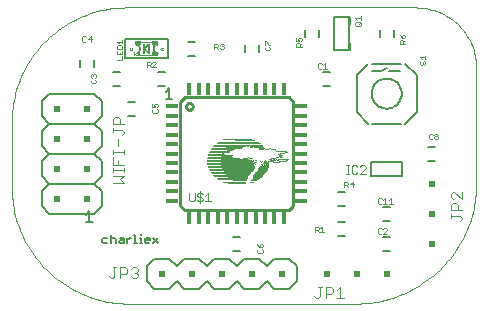
<source format=gto>
G75*
%MOIN*%
%OFA0B0*%
%FSLAX24Y24*%
%IPPOS*%
%LPD*%
%AMOC8*
5,1,8,0,0,1.08239X$1,22.5*
%
%ADD10C,0.0000*%
%ADD11C,0.0050*%
%ADD12C,0.0060*%
%ADD13C,0.0020*%
%ADD14R,0.0200X0.0200*%
%ADD15C,0.0040*%
%ADD16C,0.0080*%
%ADD17C,0.0030*%
%ADD18C,0.0010*%
%ADD19R,0.0197X0.0128*%
%ADD20R,0.0098X0.0059*%
%ADD21R,0.0069X0.0157*%
%ADD22R,0.0103X0.0118*%
%ADD23R,0.0030X0.0128*%
%ADD24C,0.0100*%
%ADD25R,0.0433X0.0157*%
%ADD26R,0.0433X0.0157*%
%ADD27R,0.0433X0.0158*%
%ADD28R,0.0157X0.0433*%
%ADD29R,0.0157X0.0433*%
%ADD30R,0.0158X0.0433*%
%ADD31C,0.0024*%
D10*
X004045Y000140D02*
X011608Y000140D01*
X011732Y000142D01*
X011856Y000148D01*
X011979Y000157D01*
X012103Y000170D01*
X012225Y000188D01*
X012347Y000209D01*
X012469Y000233D01*
X012590Y000262D01*
X012709Y000294D01*
X012828Y000329D01*
X012945Y000369D01*
X013062Y000412D01*
X013176Y000458D01*
X013290Y000508D01*
X013402Y000562D01*
X013512Y000619D01*
X013620Y000679D01*
X013726Y000743D01*
X013831Y000810D01*
X013933Y000880D01*
X014033Y000953D01*
X014131Y001029D01*
X014226Y001108D01*
X014319Y001190D01*
X014409Y001275D01*
X014497Y001363D01*
X014582Y001453D01*
X014664Y001546D01*
X014743Y001641D01*
X014819Y001739D01*
X014892Y001839D01*
X014962Y001941D01*
X015029Y002046D01*
X015093Y002152D01*
X015153Y002260D01*
X015210Y002370D01*
X015264Y002482D01*
X015314Y002596D01*
X015360Y002710D01*
X015403Y002827D01*
X015443Y002944D01*
X015478Y003063D01*
X015510Y003182D01*
X015539Y003303D01*
X015563Y003425D01*
X015584Y003547D01*
X015602Y003669D01*
X015615Y003793D01*
X015624Y003916D01*
X015630Y004040D01*
X015632Y004164D01*
X015632Y007984D01*
X015630Y008072D01*
X015624Y008161D01*
X015615Y008248D01*
X015601Y008336D01*
X015584Y008423D01*
X015563Y008508D01*
X015538Y008593D01*
X015510Y008677D01*
X015478Y008759D01*
X015442Y008840D01*
X015403Y008920D01*
X015361Y008997D01*
X015315Y009073D01*
X015266Y009146D01*
X015213Y009217D01*
X015158Y009286D01*
X015100Y009353D01*
X015039Y009417D01*
X014975Y009478D01*
X014908Y009536D01*
X014839Y009591D01*
X014768Y009644D01*
X014695Y009693D01*
X014619Y009739D01*
X014542Y009781D01*
X014462Y009820D01*
X014381Y009856D01*
X014299Y009888D01*
X014215Y009916D01*
X014130Y009941D01*
X014045Y009962D01*
X013958Y009979D01*
X013870Y009993D01*
X013783Y010002D01*
X013694Y010008D01*
X013606Y010010D01*
X003963Y010010D01*
X003840Y010008D01*
X003718Y010002D01*
X003596Y009992D01*
X003474Y009979D01*
X003353Y009961D01*
X003232Y009940D01*
X003112Y009914D01*
X002993Y009885D01*
X002875Y009852D01*
X002758Y009815D01*
X002643Y009775D01*
X002528Y009731D01*
X002416Y009683D01*
X002304Y009631D01*
X002195Y009576D01*
X002087Y009518D01*
X001981Y009456D01*
X001877Y009391D01*
X001776Y009323D01*
X001676Y009251D01*
X001579Y009176D01*
X001485Y009098D01*
X001393Y009017D01*
X001303Y008933D01*
X001217Y008847D01*
X001133Y008757D01*
X001052Y008665D01*
X000974Y008571D01*
X000899Y008474D01*
X000827Y008374D01*
X000759Y008273D01*
X000694Y008169D01*
X000632Y008063D01*
X000574Y007955D01*
X000519Y007846D01*
X000467Y007734D01*
X000419Y007622D01*
X000375Y007507D01*
X000335Y007392D01*
X000298Y007275D01*
X000265Y007157D01*
X000236Y007038D01*
X000210Y006918D01*
X000189Y006797D01*
X000171Y006676D01*
X000158Y006554D01*
X000148Y006432D01*
X000142Y006310D01*
X000140Y006187D01*
X000140Y004045D01*
X000142Y003922D01*
X000148Y003800D01*
X000157Y003678D01*
X000171Y003556D01*
X000188Y003434D01*
X000209Y003313D01*
X000234Y003193D01*
X000263Y003074D01*
X000295Y002956D01*
X000331Y002838D01*
X000371Y002722D01*
X000414Y002607D01*
X000461Y002494D01*
X000512Y002382D01*
X000566Y002272D01*
X000623Y002164D01*
X000684Y002057D01*
X000748Y001953D01*
X000815Y001850D01*
X000886Y001750D01*
X000959Y001652D01*
X001036Y001556D01*
X001116Y001463D01*
X001198Y001372D01*
X001284Y001284D01*
X001372Y001198D01*
X001463Y001116D01*
X001556Y001036D01*
X001652Y000959D01*
X001750Y000886D01*
X001850Y000815D01*
X001953Y000748D01*
X002057Y000684D01*
X002164Y000623D01*
X002272Y000566D01*
X002382Y000512D01*
X002494Y000461D01*
X002607Y000414D01*
X002722Y000371D01*
X002838Y000331D01*
X002956Y000295D01*
X003074Y000263D01*
X003193Y000234D01*
X003313Y000209D01*
X003434Y000188D01*
X003556Y000171D01*
X003678Y000157D01*
X003800Y000148D01*
X003922Y000142D01*
X004045Y000140D01*
D11*
X003994Y002165D02*
X003994Y002332D01*
X004077Y002332D02*
X004119Y002332D01*
X004077Y002332D02*
X003994Y002248D01*
X003884Y002248D02*
X003759Y002248D01*
X003717Y002207D01*
X003759Y002165D01*
X003884Y002165D01*
X003884Y002290D01*
X003843Y002332D01*
X003759Y002332D01*
X003608Y002290D02*
X003608Y002165D01*
X003608Y002290D02*
X003566Y002332D01*
X003483Y002332D01*
X003441Y002290D01*
X003332Y002332D02*
X003207Y002332D01*
X003165Y002290D01*
X003165Y002207D01*
X003207Y002165D01*
X003332Y002165D01*
X003441Y002165D02*
X003441Y002415D01*
X004224Y002415D02*
X004266Y002415D01*
X004266Y002165D01*
X004307Y002165D02*
X004224Y002165D01*
X004408Y002165D02*
X004491Y002165D01*
X004450Y002165D02*
X004450Y002332D01*
X004408Y002332D01*
X004450Y002415D02*
X004450Y002457D01*
X004592Y002290D02*
X004634Y002332D01*
X004717Y002332D01*
X004759Y002290D01*
X004759Y002248D01*
X004592Y002248D01*
X004592Y002207D02*
X004592Y002290D01*
X004592Y002207D02*
X004634Y002165D01*
X004717Y002165D01*
X004868Y002165D02*
X005035Y002332D01*
X004868Y002332D02*
X005035Y002165D01*
X012113Y004395D02*
X012113Y004867D01*
X013136Y004867D01*
X013136Y004395D01*
X012113Y004395D01*
X012140Y007890D02*
X012465Y007890D01*
X012644Y007990D01*
X012731Y007890D02*
X013079Y007890D01*
X005348Y008325D02*
X003932Y008325D01*
X003932Y008914D01*
X003932Y008916D02*
X003932Y008955D01*
X005348Y008955D01*
X005348Y008866D01*
X005348Y008325D01*
X004719Y008483D02*
X004719Y008797D01*
X004561Y008640D01*
X004719Y008483D01*
X004561Y008483D02*
X004561Y008640D01*
X004561Y008797D01*
X005348Y008866D02*
X005348Y008914D01*
D12*
X006022Y008876D02*
X006258Y008876D01*
X006258Y008404D02*
X006022Y008404D01*
X005258Y007876D02*
X005022Y007876D01*
X005022Y007404D02*
X005258Y007404D01*
X005383Y007310D02*
X005383Y006970D01*
X005270Y006970D02*
X005497Y006970D01*
X005270Y007197D02*
X005383Y007310D01*
X004258Y006876D02*
X004022Y006876D01*
X004022Y006404D02*
X004258Y006404D01*
X003140Y006390D02*
X003140Y006890D01*
X002890Y007140D01*
X001390Y007140D01*
X001140Y006890D01*
X001140Y006390D01*
X001390Y006140D01*
X002890Y006140D01*
X003140Y006390D01*
X002890Y006140D02*
X003140Y005890D01*
X003140Y005390D01*
X002890Y005140D01*
X001390Y005140D01*
X001140Y005390D01*
X001140Y005890D01*
X001390Y006140D01*
X001390Y005140D02*
X001140Y004890D01*
X001140Y004390D01*
X001390Y004140D01*
X002890Y004140D01*
X003140Y004390D01*
X003140Y004890D01*
X002890Y005140D01*
X002890Y004140D02*
X003140Y003890D01*
X003140Y003390D01*
X002890Y003140D01*
X001390Y003140D01*
X001140Y003390D01*
X001140Y003890D01*
X001390Y004140D01*
X002620Y003097D02*
X002733Y003210D01*
X002733Y002870D01*
X002620Y002870D02*
X002847Y002870D01*
X007522Y002376D02*
X007758Y002376D01*
X007758Y001904D02*
X007522Y001904D01*
X011022Y002404D02*
X011258Y002404D01*
X011258Y002876D02*
X011022Y002876D01*
X011022Y003404D02*
X011258Y003404D01*
X011258Y003876D02*
X011022Y003876D01*
X012522Y003376D02*
X012758Y003376D01*
X012758Y002904D02*
X012522Y002904D01*
X012522Y002376D02*
X012758Y002376D01*
X012758Y001904D02*
X012522Y001904D01*
X014022Y004904D02*
X014258Y004904D01*
X014258Y005376D02*
X014022Y005376D01*
X010758Y007404D02*
X010522Y007404D01*
X010522Y007876D02*
X010758Y007876D01*
X010880Y008580D02*
X010880Y009700D01*
X011400Y009700D01*
X011400Y008580D01*
X010880Y008580D01*
X010376Y009022D02*
X010376Y009258D01*
X009904Y009258D02*
X009904Y009022D01*
X008376Y008758D02*
X008376Y008522D01*
X007904Y008522D02*
X007904Y008758D01*
X003758Y007876D02*
X003522Y007876D01*
X003522Y007404D02*
X003758Y007404D01*
X002876Y008022D02*
X002876Y008258D01*
X002404Y008258D02*
X002404Y008022D01*
X012404Y009022D02*
X012404Y009258D01*
X012876Y009258D02*
X012876Y009022D01*
D13*
X013075Y009104D02*
X013105Y009044D01*
X013165Y008984D01*
X013165Y009074D01*
X013195Y009104D01*
X013225Y009104D01*
X013255Y009074D01*
X013255Y009014D01*
X013225Y008984D01*
X013165Y008984D01*
X013165Y008920D02*
X013195Y008890D01*
X013195Y008800D01*
X013255Y008800D02*
X013075Y008800D01*
X013075Y008890D01*
X013105Y008920D01*
X013165Y008920D01*
X013195Y008860D02*
X013255Y008920D01*
X013750Y008344D02*
X013930Y008344D01*
X013930Y008284D02*
X013930Y008404D01*
X013810Y008284D02*
X013750Y008344D01*
X013780Y008220D02*
X013750Y008190D01*
X013750Y008130D01*
X013780Y008100D01*
X013810Y008100D01*
X013840Y008130D01*
X013840Y008190D01*
X013870Y008220D01*
X013900Y008220D01*
X013930Y008190D01*
X013930Y008130D01*
X013900Y008100D01*
X011780Y009437D02*
X011780Y009497D01*
X011750Y009527D01*
X011630Y009527D01*
X011600Y009497D01*
X011600Y009437D01*
X011630Y009407D01*
X011750Y009407D01*
X011780Y009437D01*
X011720Y009467D02*
X011780Y009527D01*
X011780Y009591D02*
X011780Y009711D01*
X011780Y009651D02*
X011600Y009651D01*
X011660Y009591D01*
X009805Y008974D02*
X009805Y008914D01*
X009775Y008884D01*
X009715Y008884D02*
X009685Y008944D01*
X009685Y008974D01*
X009715Y009004D01*
X009775Y009004D01*
X009805Y008974D01*
X009715Y008884D02*
X009625Y008884D01*
X009625Y009004D01*
X009655Y008820D02*
X009625Y008790D01*
X009625Y008700D01*
X009805Y008700D01*
X009745Y008700D02*
X009745Y008790D01*
X009715Y008820D01*
X009655Y008820D01*
X009745Y008760D02*
X009805Y008820D01*
X010380Y008155D02*
X010350Y008125D01*
X010350Y008005D01*
X010380Y007975D01*
X010440Y007975D01*
X010470Y008005D01*
X010534Y007975D02*
X010654Y007975D01*
X010594Y007975D02*
X010594Y008155D01*
X010534Y008095D01*
X010470Y008125D02*
X010440Y008155D01*
X010380Y008155D01*
X008755Y008612D02*
X008755Y008672D01*
X008725Y008702D01*
X008725Y008766D02*
X008755Y008766D01*
X008725Y008766D02*
X008605Y008886D01*
X008575Y008886D01*
X008575Y008766D01*
X008605Y008702D02*
X008575Y008672D01*
X008575Y008612D01*
X008605Y008582D01*
X008725Y008582D01*
X008755Y008612D01*
X007204Y008655D02*
X007174Y008625D01*
X007114Y008625D01*
X007084Y008655D01*
X007020Y008625D02*
X006960Y008685D01*
X006990Y008685D02*
X006900Y008685D01*
X006900Y008625D02*
X006900Y008805D01*
X006990Y008805D01*
X007020Y008775D01*
X007020Y008715D01*
X006990Y008685D01*
X007084Y008775D02*
X007114Y008805D01*
X007174Y008805D01*
X007204Y008775D01*
X007204Y008745D01*
X007174Y008715D01*
X007204Y008685D01*
X007204Y008655D01*
X007174Y008715D02*
X007144Y008715D01*
X004954Y008175D02*
X004924Y008205D01*
X004864Y008205D01*
X004834Y008175D01*
X004770Y008175D02*
X004770Y008115D01*
X004740Y008085D01*
X004650Y008085D01*
X004650Y008025D02*
X004650Y008205D01*
X004740Y008205D01*
X004770Y008175D01*
X004710Y008085D02*
X004770Y008025D01*
X004834Y008025D02*
X004954Y008145D01*
X004954Y008175D01*
X004954Y008025D02*
X004834Y008025D01*
X003830Y008263D02*
X003830Y008383D01*
X003830Y008448D02*
X003650Y008448D01*
X003650Y008568D01*
X003650Y008632D02*
X003650Y008722D01*
X003680Y008752D01*
X003800Y008752D01*
X003830Y008722D01*
X003830Y008632D01*
X003650Y008632D01*
X003740Y008508D02*
X003740Y008448D01*
X003830Y008448D02*
X003830Y008568D01*
X003830Y008816D02*
X003830Y008936D01*
X003830Y008876D02*
X003650Y008876D01*
X003710Y008816D01*
X003650Y008263D02*
X003830Y008263D01*
X002955Y007756D02*
X002955Y007696D01*
X002925Y007666D01*
X002925Y007602D02*
X002955Y007572D01*
X002955Y007512D01*
X002925Y007482D01*
X002805Y007482D01*
X002775Y007512D01*
X002775Y007572D01*
X002805Y007602D01*
X002805Y007666D02*
X002775Y007696D01*
X002775Y007756D01*
X002805Y007786D01*
X002835Y007786D01*
X002865Y007756D01*
X002895Y007786D01*
X002925Y007786D01*
X002955Y007756D01*
X002865Y007756D02*
X002865Y007726D01*
X002774Y008875D02*
X002774Y009055D01*
X002684Y008965D01*
X002804Y008965D01*
X002620Y008905D02*
X002590Y008875D01*
X002530Y008875D01*
X002500Y008905D01*
X002500Y009025D01*
X002530Y009055D01*
X002590Y009055D01*
X002620Y009025D01*
X004825Y006804D02*
X004825Y006684D01*
X004915Y006684D01*
X004885Y006744D01*
X004885Y006774D01*
X004915Y006804D01*
X004975Y006804D01*
X005005Y006774D01*
X005005Y006714D01*
X004975Y006684D01*
X004975Y006620D02*
X005005Y006590D01*
X005005Y006530D01*
X004975Y006500D01*
X004855Y006500D01*
X004825Y006530D01*
X004825Y006590D01*
X004855Y006620D01*
X006869Y005403D02*
X007313Y005403D01*
X007313Y005396D01*
X007293Y005376D01*
X007834Y005376D01*
X007834Y005403D01*
X007917Y005403D01*
X007917Y005390D01*
X007945Y005417D01*
X007973Y005417D01*
X008001Y005390D01*
X008028Y005417D01*
X008049Y005417D01*
X008063Y005431D01*
X008091Y005431D01*
X008091Y005376D01*
X008153Y005376D01*
X008153Y005390D01*
X008209Y005390D01*
X008209Y005376D01*
X008514Y005376D01*
X008209Y005376D01*
X008153Y005376D02*
X008091Y005376D01*
X008091Y005395D02*
X008497Y005395D01*
X008481Y005413D02*
X008091Y005413D01*
X008024Y005413D02*
X007977Y005413D01*
X007996Y005395D02*
X008006Y005395D01*
X007941Y005413D02*
X006879Y005413D01*
X006869Y005403D02*
X006904Y005438D01*
X008459Y005438D01*
X008514Y005376D01*
X008549Y005341D02*
X008375Y005341D01*
X008410Y005327D01*
X008410Y005306D01*
X008389Y005299D01*
X008396Y005292D01*
X008459Y005292D01*
X008459Y005306D01*
X008493Y005306D01*
X008493Y005292D01*
X008535Y005292D01*
X008535Y005320D01*
X008431Y005320D01*
X008431Y005313D01*
X008521Y005313D01*
X008556Y005313D02*
X008549Y005341D01*
X008556Y005313D02*
X008591Y005292D01*
X008674Y005292D01*
X008729Y005313D01*
X008750Y005313D01*
X008792Y005285D01*
X008917Y005285D01*
X008917Y005258D01*
X008938Y005237D01*
X009007Y005237D01*
X009028Y005223D01*
X009236Y005223D01*
X009243Y005216D01*
X009326Y005209D01*
X009243Y005188D01*
X009229Y005174D01*
X009195Y005174D01*
X009181Y005167D01*
X009167Y005147D01*
X009028Y005140D01*
X009021Y005126D01*
X009042Y005105D01*
X009125Y005105D01*
X009139Y005077D01*
X009118Y005077D01*
X009104Y005063D01*
X009118Y005035D01*
X009139Y005035D01*
X009139Y005029D01*
X009097Y005029D01*
X009070Y005063D01*
X009049Y005063D01*
X009028Y005029D01*
X009007Y005015D01*
X008965Y005015D01*
X008959Y005029D01*
X008945Y005029D01*
X008931Y005008D01*
X008896Y004987D01*
X008882Y004973D01*
X008854Y004973D01*
X008847Y004994D01*
X008813Y004994D01*
X008750Y004959D01*
X008723Y004952D01*
X008743Y004938D01*
X008785Y004931D01*
X008854Y004931D01*
X008854Y004924D01*
X008903Y004924D01*
X008903Y004938D01*
X008938Y004952D01*
X008959Y004959D01*
X008993Y004924D01*
X009007Y004924D01*
X009021Y004938D01*
X009021Y004966D01*
X009056Y004966D01*
X009056Y004959D01*
X009118Y004959D01*
X009118Y004952D01*
X009118Y004959D02*
X009153Y004959D01*
X009160Y004966D01*
X009181Y004966D01*
X009195Y004952D01*
X009326Y004952D01*
X009354Y004952D01*
X009326Y004952D02*
X009313Y004938D01*
X009299Y004924D01*
X009299Y004911D01*
X009285Y004897D01*
X009181Y004897D01*
X009181Y004883D01*
X009132Y004883D01*
X009132Y004897D01*
X009111Y004897D01*
X009111Y004904D01*
X009090Y004904D01*
X009090Y004890D01*
X009049Y004890D01*
X009049Y004876D01*
X008938Y004876D01*
X008938Y004869D01*
X008903Y004869D01*
X008903Y004876D01*
X008854Y004876D01*
X008854Y004883D01*
X008771Y004883D01*
X008771Y004897D01*
X008736Y004897D01*
X008736Y004904D01*
X008695Y004904D01*
X008695Y004876D01*
X008667Y004876D01*
X008632Y004876D02*
X008591Y004911D01*
X008584Y004904D01*
X008584Y004897D01*
X008556Y004897D01*
X008542Y004904D02*
X008542Y004876D01*
X008632Y004876D01*
X008639Y004820D02*
X008591Y004820D01*
X008563Y004799D02*
X008542Y004820D01*
X008535Y004820D02*
X008542Y004793D01*
X008563Y004799D01*
X008563Y004765D02*
X008681Y004765D01*
X008695Y004820D01*
X008681Y004820D01*
X008667Y004806D01*
X008660Y004786D01*
X008591Y004772D01*
X008500Y004779D02*
X008473Y004765D01*
X008445Y004793D02*
X008459Y004806D01*
X008438Y004876D02*
X008431Y004883D01*
X008493Y004883D02*
X008500Y004883D01*
X008493Y004890D01*
X008424Y004730D02*
X008417Y004702D01*
X008369Y004654D01*
X008653Y004654D01*
X008674Y004695D01*
X008674Y004730D01*
X008424Y004730D01*
X008424Y004729D02*
X008674Y004729D01*
X008674Y004710D02*
X008419Y004710D01*
X008406Y004692D02*
X008672Y004692D01*
X008663Y004673D02*
X008388Y004673D01*
X008369Y004655D02*
X008654Y004655D01*
X008244Y004793D02*
X008223Y004820D01*
X008230Y004876D02*
X008271Y004876D01*
X008278Y004931D02*
X008250Y004931D01*
X008202Y004924D02*
X008202Y004938D01*
X008188Y004938D01*
X008188Y004931D01*
X008202Y004924D02*
X008188Y004904D01*
X008174Y004911D01*
X008174Y004938D01*
X008126Y004931D02*
X008126Y004890D01*
X008153Y004869D01*
X007119Y004869D01*
X007119Y004897D01*
X006668Y004897D01*
X006668Y004931D01*
X008126Y004931D01*
X008126Y004914D02*
X006668Y004914D01*
X007119Y004895D02*
X008126Y004895D01*
X008143Y004877D02*
X007119Y004877D01*
X007293Y005376D02*
X007834Y005376D01*
X007834Y005395D02*
X007311Y005395D01*
X006897Y005432D02*
X008465Y005432D01*
X007922Y005395D02*
X007917Y005395D01*
X008035Y005022D02*
X008063Y005008D01*
X008091Y005008D01*
X008091Y004994D01*
X008160Y004994D01*
X008160Y004987D01*
X006696Y003830D02*
X006696Y003550D01*
X006789Y003550D02*
X006602Y003550D01*
X006513Y003597D02*
X006513Y003643D01*
X006466Y003690D01*
X006373Y003690D01*
X006326Y003737D01*
X006326Y003784D01*
X006373Y003830D01*
X006466Y003830D01*
X006513Y003784D01*
X006602Y003737D02*
X006696Y003830D01*
X006420Y003877D02*
X006420Y003503D01*
X006466Y003550D02*
X006513Y003597D01*
X006466Y003550D02*
X006373Y003550D01*
X006326Y003597D01*
X006237Y003597D02*
X006237Y003830D01*
X006050Y003830D02*
X006050Y003597D01*
X006097Y003550D01*
X006190Y003550D01*
X006237Y003597D01*
X008325Y002136D02*
X008355Y002076D01*
X008415Y002016D01*
X008415Y002106D01*
X008445Y002136D01*
X008475Y002136D01*
X008505Y002106D01*
X008505Y002046D01*
X008475Y002016D01*
X008415Y002016D01*
X008475Y001952D02*
X008505Y001922D01*
X008505Y001862D01*
X008475Y001832D01*
X008355Y001832D01*
X008325Y001862D01*
X008325Y001922D01*
X008355Y001952D01*
X010250Y002525D02*
X010250Y002705D01*
X010340Y002705D01*
X010370Y002675D01*
X010370Y002615D01*
X010340Y002585D01*
X010250Y002585D01*
X010310Y002585D02*
X010370Y002525D01*
X010434Y002525D02*
X010554Y002525D01*
X010494Y002525D02*
X010494Y002705D01*
X010434Y002645D01*
X012350Y002625D02*
X012350Y002505D01*
X012380Y002475D01*
X012440Y002475D01*
X012470Y002505D01*
X012534Y002475D02*
X012654Y002595D01*
X012654Y002625D01*
X012624Y002655D01*
X012564Y002655D01*
X012534Y002625D01*
X012470Y002625D02*
X012440Y002655D01*
X012380Y002655D01*
X012350Y002625D01*
X012534Y002475D02*
X012654Y002475D01*
X012654Y003475D02*
X012534Y003475D01*
X012594Y003475D02*
X012594Y003655D01*
X012534Y003595D01*
X012470Y003625D02*
X012440Y003655D01*
X012380Y003655D01*
X012350Y003625D01*
X012350Y003505D01*
X012380Y003475D01*
X012440Y003475D01*
X012470Y003505D01*
X012718Y003475D02*
X012838Y003475D01*
X012778Y003475D02*
X012778Y003655D01*
X012718Y003595D01*
X011536Y004115D02*
X011416Y004115D01*
X011506Y004205D01*
X011506Y004025D01*
X011352Y004025D02*
X011292Y004085D01*
X011322Y004085D02*
X011232Y004085D01*
X011232Y004025D02*
X011232Y004205D01*
X011322Y004205D01*
X011352Y004175D01*
X011352Y004115D01*
X011322Y004085D01*
X011339Y004475D02*
X011339Y004755D01*
X011293Y004755D02*
X011386Y004755D01*
X011477Y004708D02*
X011477Y004522D01*
X011524Y004475D01*
X011617Y004475D01*
X011664Y004522D01*
X011753Y004475D02*
X011940Y004662D01*
X011940Y004708D01*
X011893Y004755D01*
X011800Y004755D01*
X011753Y004708D01*
X011664Y004708D02*
X011617Y004755D01*
X011524Y004755D01*
X011477Y004708D01*
X011386Y004475D02*
X011293Y004475D01*
X011753Y004475D02*
X011940Y004475D01*
X014050Y005655D02*
X014080Y005625D01*
X014140Y005625D01*
X014170Y005655D01*
X014234Y005655D02*
X014264Y005625D01*
X014324Y005625D01*
X014354Y005655D01*
X014354Y005685D01*
X014324Y005715D01*
X014264Y005715D01*
X014234Y005745D01*
X014234Y005775D01*
X014264Y005805D01*
X014324Y005805D01*
X014354Y005775D01*
X014354Y005745D01*
X014324Y005715D01*
X014264Y005715D02*
X014234Y005685D01*
X014234Y005655D01*
X014170Y005775D02*
X014140Y005805D01*
X014080Y005805D01*
X014050Y005775D01*
X014050Y005655D01*
D14*
X014140Y004140D03*
X014140Y003140D03*
X014140Y002140D03*
X012640Y001140D03*
X011640Y001140D03*
X010640Y001140D03*
X009140Y001140D03*
X008140Y001140D03*
X007140Y001140D03*
X006140Y001140D03*
X005140Y001140D03*
X002640Y003640D03*
X001640Y003640D03*
X001640Y004640D03*
X002640Y004640D03*
X002640Y005640D03*
X001640Y005640D03*
X001640Y006640D03*
X002640Y006640D03*
D15*
X003385Y001050D02*
X003445Y000990D01*
X003505Y000990D01*
X003565Y001050D01*
X003565Y001350D01*
X003505Y001350D02*
X003625Y001350D01*
X003753Y001350D02*
X003934Y001350D01*
X003994Y001290D01*
X003994Y001170D01*
X003934Y001110D01*
X003753Y001110D01*
X003753Y000990D02*
X003753Y001350D01*
X004122Y001290D02*
X004182Y001350D01*
X004302Y001350D01*
X004362Y001290D01*
X004362Y001230D01*
X004302Y001170D01*
X004362Y001110D01*
X004362Y001050D01*
X004302Y000990D01*
X004182Y000990D01*
X004122Y001050D01*
X004242Y001170D02*
X004302Y001170D01*
X003870Y004160D02*
X003510Y004160D01*
X003750Y004280D02*
X003870Y004400D01*
X003510Y004400D01*
X003750Y004280D02*
X003870Y004160D01*
X003870Y004528D02*
X003870Y004648D01*
X003870Y004588D02*
X003510Y004588D01*
X003510Y004528D02*
X003510Y004648D01*
X003510Y004774D02*
X003510Y005014D01*
X003690Y004894D02*
X003690Y004774D01*
X003870Y004774D02*
X003510Y004774D01*
X003510Y005142D02*
X003510Y005262D01*
X003510Y005202D02*
X003870Y005202D01*
X003870Y005142D02*
X003870Y005262D01*
X003690Y005388D02*
X003690Y005628D01*
X003810Y005756D02*
X003870Y005816D01*
X003870Y005876D01*
X003810Y005936D01*
X003510Y005936D01*
X003510Y005876D02*
X003510Y005996D01*
X003510Y006124D02*
X003510Y006304D01*
X003570Y006365D01*
X003690Y006365D01*
X003750Y006304D01*
X003750Y006124D01*
X003870Y006124D02*
X003510Y006124D01*
X004276Y008414D02*
X004837Y008414D01*
X005005Y008503D02*
X004983Y008508D01*
X004963Y008516D01*
X004945Y008527D01*
X004928Y008542D01*
X004914Y008558D01*
X004902Y008577D01*
X004894Y008597D01*
X004889Y008618D01*
X004887Y008640D01*
X004889Y008662D01*
X004894Y008683D01*
X004902Y008703D01*
X004914Y008722D01*
X004928Y008738D01*
X004945Y008753D01*
X004963Y008764D01*
X004983Y008772D01*
X005005Y008777D01*
X004847Y008866D02*
X004433Y008866D01*
X004275Y008777D02*
X004297Y008772D01*
X004317Y008764D01*
X004335Y008753D01*
X004352Y008738D01*
X004366Y008722D01*
X004378Y008703D01*
X004386Y008683D01*
X004391Y008662D01*
X004393Y008640D01*
X004391Y008618D01*
X004386Y008597D01*
X004378Y008577D01*
X004366Y008558D01*
X004352Y008542D01*
X004335Y008527D01*
X004317Y008516D01*
X004297Y008508D01*
X004275Y008503D01*
X014780Y003802D02*
X014780Y003682D01*
X014840Y003622D01*
X014780Y003802D02*
X014840Y003862D01*
X014900Y003862D01*
X015140Y003622D01*
X015140Y003862D01*
X014960Y003494D02*
X015020Y003434D01*
X015020Y003253D01*
X015140Y003253D02*
X014780Y003253D01*
X014780Y003434D01*
X014840Y003494D01*
X014960Y003494D01*
X014780Y003125D02*
X014780Y003005D01*
X014780Y003065D02*
X015080Y003065D01*
X015140Y003005D01*
X015140Y002945D01*
X015080Y002885D01*
X011092Y000700D02*
X011092Y000340D01*
X010972Y000340D02*
X011212Y000340D01*
X010972Y000580D02*
X011092Y000700D01*
X010844Y000640D02*
X010844Y000520D01*
X010784Y000460D01*
X010603Y000460D01*
X010603Y000340D02*
X010603Y000700D01*
X010784Y000700D01*
X010844Y000640D01*
X010475Y000700D02*
X010355Y000700D01*
X010415Y000700D02*
X010415Y000400D01*
X010355Y000340D01*
X010295Y000340D01*
X010235Y000400D01*
D16*
X009640Y000890D02*
X009390Y000640D01*
X008890Y000640D01*
X008640Y000890D01*
X008390Y000640D01*
X007890Y000640D01*
X007640Y000890D01*
X007390Y000640D01*
X006890Y000640D01*
X006640Y000890D01*
X006390Y000640D01*
X005890Y000640D01*
X005640Y000890D01*
X005390Y000640D01*
X004890Y000640D01*
X004640Y000890D01*
X004640Y001390D01*
X004890Y001640D01*
X005390Y001640D01*
X005640Y001390D01*
X005890Y001640D01*
X006390Y001640D01*
X006640Y001390D01*
X006890Y001640D01*
X007390Y001640D01*
X007640Y001390D01*
X007890Y001640D01*
X008390Y001640D01*
X008640Y001390D01*
X008890Y001640D01*
X009390Y001640D01*
X009640Y001390D01*
X009640Y000890D01*
X012034Y006140D02*
X011640Y006534D01*
X011640Y007746D01*
X012034Y008140D01*
X012152Y008140D02*
X013128Y008140D01*
X013246Y008140D02*
X013640Y007746D01*
X013640Y006534D01*
X013246Y006140D01*
X013128Y006140D02*
X012140Y006140D01*
X012140Y007140D02*
X012142Y007184D01*
X012148Y007228D01*
X012158Y007271D01*
X012171Y007313D01*
X012188Y007354D01*
X012209Y007393D01*
X012233Y007430D01*
X012260Y007465D01*
X012290Y007497D01*
X012323Y007527D01*
X012359Y007553D01*
X012396Y007577D01*
X012436Y007596D01*
X012477Y007613D01*
X012520Y007625D01*
X012563Y007634D01*
X012607Y007639D01*
X012651Y007640D01*
X012695Y007637D01*
X012739Y007630D01*
X012782Y007619D01*
X012824Y007605D01*
X012864Y007587D01*
X012903Y007565D01*
X012939Y007541D01*
X012973Y007513D01*
X013005Y007482D01*
X013034Y007448D01*
X013060Y007412D01*
X013082Y007374D01*
X013101Y007334D01*
X013116Y007292D01*
X013128Y007250D01*
X013136Y007206D01*
X013140Y007162D01*
X013140Y007118D01*
X013136Y007074D01*
X013128Y007030D01*
X013116Y006988D01*
X013101Y006946D01*
X013082Y006906D01*
X013060Y006868D01*
X013034Y006832D01*
X013005Y006798D01*
X012973Y006767D01*
X012939Y006739D01*
X012903Y006715D01*
X012864Y006693D01*
X012824Y006675D01*
X012782Y006661D01*
X012739Y006650D01*
X012695Y006643D01*
X012651Y006640D01*
X012607Y006641D01*
X012563Y006646D01*
X012520Y006655D01*
X012477Y006667D01*
X012436Y006684D01*
X012396Y006703D01*
X012359Y006727D01*
X012323Y006753D01*
X012290Y006783D01*
X012260Y006815D01*
X012233Y006850D01*
X012209Y006887D01*
X012188Y006926D01*
X012171Y006967D01*
X012158Y007009D01*
X012148Y007052D01*
X012142Y007096D01*
X012140Y007140D01*
X011416Y008589D02*
X011101Y008589D01*
X011416Y008589D02*
X011416Y008825D01*
X011416Y009455D02*
X011416Y009691D01*
X011101Y009691D01*
D17*
X004264Y008463D02*
X004266Y008475D01*
X004271Y008486D01*
X004279Y008495D01*
X004290Y008501D01*
X004302Y008504D01*
X004314Y008503D01*
X004326Y008499D01*
X004335Y008491D01*
X004342Y008481D01*
X004346Y008469D01*
X004346Y008457D01*
X004342Y008445D01*
X004335Y008435D01*
X004325Y008427D01*
X004314Y008423D01*
X004302Y008422D01*
X004290Y008425D01*
X004279Y008431D01*
X004271Y008440D01*
X004266Y008451D01*
X004264Y008463D01*
D18*
X004148Y008606D02*
X004163Y008621D01*
X004163Y008651D01*
X004148Y008666D01*
X004148Y008606D02*
X004087Y008606D01*
X004072Y008621D01*
X004072Y008651D01*
X004087Y008666D01*
X005096Y008636D02*
X005126Y008606D01*
X005186Y008606D01*
X005141Y008606D02*
X005141Y008666D01*
X005126Y008666D02*
X005186Y008666D01*
X005126Y008666D02*
X005096Y008636D01*
D19*
X004935Y008822D03*
X004935Y008458D03*
X004345Y008822D03*
D20*
X004394Y008738D03*
X004394Y008542D03*
X004886Y008542D03*
X004886Y008738D03*
D21*
X004871Y008640D03*
X004409Y008640D03*
D22*
X004392Y008463D03*
D23*
X004261Y008458D03*
D24*
X005750Y006872D02*
X005908Y007030D01*
X009372Y007030D01*
X009530Y006872D01*
X009530Y003408D01*
X009372Y003250D01*
X005908Y003250D01*
X005750Y003408D01*
X005750Y006872D01*
X005954Y006715D02*
X005956Y006735D01*
X005961Y006755D01*
X005971Y006773D01*
X005983Y006790D01*
X005998Y006804D01*
X006016Y006814D01*
X006035Y006822D01*
X006055Y006826D01*
X006075Y006826D01*
X006095Y006822D01*
X006114Y006814D01*
X006132Y006804D01*
X006147Y006790D01*
X006159Y006773D01*
X006169Y006755D01*
X006174Y006735D01*
X006176Y006715D01*
X006174Y006695D01*
X006169Y006675D01*
X006159Y006657D01*
X006147Y006640D01*
X006132Y006626D01*
X006114Y006616D01*
X006095Y006608D01*
X006075Y006604D01*
X006055Y006604D01*
X006035Y006608D01*
X006016Y006616D01*
X005998Y006626D01*
X005983Y006640D01*
X005971Y006657D01*
X005961Y006675D01*
X005956Y006695D01*
X005954Y006715D01*
D25*
X005494Y006715D03*
X005494Y005140D03*
X005494Y003565D03*
X009786Y003565D03*
X009786Y005140D03*
X009786Y006715D03*
D26*
X009786Y006400D03*
X009786Y006085D03*
X009786Y004195D03*
X009786Y003880D03*
X005494Y003880D03*
X005494Y004195D03*
X005494Y006085D03*
X005494Y006400D03*
D27*
X005494Y005770D03*
X005494Y005455D03*
X005494Y004825D03*
X005494Y004510D03*
X009786Y004510D03*
X009786Y004825D03*
X009786Y005455D03*
X009786Y005770D03*
D28*
X009215Y007286D03*
X007640Y007286D03*
X006065Y007286D03*
X006065Y002994D03*
X007640Y002994D03*
X009215Y002994D03*
D29*
X008900Y002994D03*
X008585Y002994D03*
X006695Y002994D03*
X006380Y002994D03*
X006380Y007286D03*
X006695Y007286D03*
X008585Y007286D03*
X008900Y007286D03*
D30*
X008270Y007286D03*
X007955Y007286D03*
X007325Y007286D03*
X007010Y007286D03*
X007010Y002994D03*
X007325Y002994D03*
X007955Y002994D03*
X008270Y002994D03*
D31*
X008084Y004189D02*
X008181Y004209D01*
X008091Y004209D01*
X008070Y004189D01*
X008084Y004189D01*
X008083Y004202D02*
X008145Y004202D01*
X008126Y004258D02*
X008146Y004286D01*
X008174Y004293D01*
X008188Y004314D01*
X008382Y004314D01*
X008278Y004258D01*
X008126Y004258D01*
X008133Y004268D02*
X008297Y004268D01*
X008339Y004290D02*
X008164Y004290D01*
X008187Y004312D02*
X008380Y004312D01*
X008445Y004362D02*
X008500Y004411D01*
X008202Y004411D01*
X008188Y004397D01*
X008188Y004362D01*
X008445Y004362D01*
X008464Y004379D02*
X008188Y004379D01*
X008192Y004401D02*
X008489Y004401D01*
X008528Y004459D02*
X008209Y004459D01*
X008237Y004473D01*
X008237Y004480D01*
X008264Y004515D01*
X008577Y004515D01*
X008528Y004459D01*
X008535Y004467D02*
X008225Y004467D01*
X008244Y004489D02*
X008554Y004489D01*
X008574Y004511D02*
X008262Y004511D01*
X008334Y004570D02*
X008362Y004598D01*
X008369Y004619D01*
X008639Y004619D01*
X008605Y004570D01*
X008334Y004570D01*
X008341Y004578D02*
X008610Y004578D01*
X008626Y004600D02*
X008362Y004600D01*
X008216Y004654D02*
X007175Y004654D01*
X007140Y004688D01*
X008216Y004688D01*
X008216Y004666D02*
X007162Y004666D01*
X007140Y004688D02*
X007133Y004695D01*
X006702Y004695D01*
X006696Y004730D01*
X008216Y004730D01*
X008216Y004654D01*
X008188Y004619D02*
X008188Y004605D01*
X008153Y004563D01*
X007209Y004563D01*
X007181Y004591D01*
X006744Y004591D01*
X006730Y004619D01*
X008188Y004619D01*
X008184Y004600D02*
X006740Y004600D01*
X006786Y004515D02*
X006814Y004480D01*
X007279Y004480D01*
X007286Y004466D01*
X007390Y004459D01*
X008042Y004459D01*
X008084Y004508D01*
X008084Y004515D01*
X006786Y004515D01*
X006789Y004511D02*
X008084Y004511D01*
X008068Y004489D02*
X006806Y004489D01*
X006869Y004411D02*
X006890Y004390D01*
X007355Y004390D01*
X007369Y004362D01*
X007994Y004362D01*
X007994Y004397D01*
X008008Y004411D01*
X006869Y004411D01*
X006879Y004401D02*
X007998Y004401D01*
X007994Y004379D02*
X007361Y004379D01*
X007285Y004467D02*
X008049Y004467D01*
X008165Y004578D02*
X007195Y004578D01*
X007133Y004765D02*
X007133Y004793D01*
X006668Y004793D01*
X006668Y004820D01*
X008181Y004820D01*
X008195Y004765D01*
X007133Y004765D01*
X007133Y004777D02*
X008192Y004777D01*
X008186Y004799D02*
X006668Y004799D01*
X006699Y004711D02*
X008216Y004711D01*
X008028Y004973D02*
X007126Y004973D01*
X007126Y004987D01*
X006668Y004987D01*
X006675Y005035D01*
X007487Y005035D01*
X007501Y004987D01*
X007529Y004987D01*
X007542Y005008D01*
X007570Y005008D01*
X007577Y004994D01*
X007626Y004994D01*
X007640Y005008D01*
X007640Y004980D01*
X007709Y004980D01*
X007723Y004973D01*
X007827Y004973D01*
X007855Y004994D01*
X007910Y004994D01*
X007910Y005008D01*
X007945Y005008D01*
X008028Y004973D01*
X008021Y004976D02*
X007831Y004976D01*
X007910Y004998D02*
X007968Y004998D01*
X007717Y004976D02*
X007126Y004976D01*
X007133Y005070D02*
X007417Y005070D01*
X007473Y005098D01*
X007327Y005098D01*
X007313Y005077D01*
X007272Y005077D01*
X007272Y005091D01*
X007230Y005091D01*
X007230Y005126D01*
X006702Y005126D01*
X006696Y005112D01*
X006696Y005098D01*
X007133Y005098D01*
X007133Y005070D01*
X007133Y005087D02*
X007272Y005087D01*
X007230Y005109D02*
X006696Y005109D01*
X006673Y005020D02*
X007491Y005020D01*
X007498Y004998D02*
X006669Y004998D01*
X006730Y005202D02*
X006751Y005237D01*
X007362Y005237D01*
X007376Y005209D01*
X007313Y005209D01*
X007299Y005223D01*
X007272Y005223D01*
X007223Y005216D01*
X007216Y005202D01*
X007216Y005188D01*
X007286Y005188D01*
X007286Y005181D01*
X007202Y005181D01*
X007181Y005188D01*
X007175Y005174D01*
X007168Y005174D01*
X007168Y005202D01*
X006730Y005202D01*
X006741Y005219D02*
X007246Y005219D01*
X007216Y005197D02*
X007168Y005197D01*
X007168Y005175D02*
X007175Y005175D01*
X007223Y005278D02*
X007306Y005278D01*
X007313Y005271D01*
X007501Y005271D01*
X007501Y005285D01*
X007508Y005292D01*
X007535Y005292D01*
X007563Y005320D01*
X007633Y005320D01*
X007633Y005327D01*
X007640Y005334D01*
X007751Y005334D01*
X007751Y005320D01*
X007778Y005320D01*
X007778Y005341D01*
X006827Y005341D01*
X006786Y005299D01*
X006786Y005292D01*
X007230Y005292D01*
X007223Y005278D01*
X007227Y005286D02*
X007501Y005286D01*
X007551Y005308D02*
X006794Y005308D01*
X006816Y005330D02*
X007636Y005330D01*
X007751Y005330D02*
X007778Y005330D01*
X007431Y005508D02*
X007404Y005480D01*
X008417Y005480D01*
X008320Y005542D01*
X007050Y005542D01*
X006987Y005508D01*
X007431Y005508D01*
X007431Y005507D02*
X008375Y005507D01*
X008409Y005485D02*
X007409Y005485D01*
X007306Y005632D02*
X007195Y005619D01*
X007626Y005619D01*
X007591Y005591D01*
X008230Y005591D01*
X008056Y005632D01*
X007306Y005632D01*
X007597Y005595D02*
X008211Y005595D01*
X008118Y005618D02*
X007624Y005618D01*
X007371Y005219D02*
X007303Y005219D01*
X007320Y005087D02*
X007450Y005087D01*
X007536Y004998D02*
X007575Y004998D01*
X007630Y004998D02*
X007640Y004998D01*
X007026Y005529D02*
X008340Y005529D01*
X007980Y004314D02*
X006973Y004314D01*
X007029Y004286D01*
X007515Y004286D01*
X007542Y004258D01*
X007945Y004258D01*
X007966Y004286D01*
X007966Y004300D01*
X007980Y004314D01*
X007979Y004312D02*
X006976Y004312D01*
X007020Y004290D02*
X007966Y004290D01*
X007953Y004268D02*
X007532Y004268D01*
X007348Y004175D02*
X007334Y004189D01*
X007279Y004189D01*
X007244Y004202D01*
X007188Y004209D01*
X007924Y004209D01*
X007903Y004175D01*
X007348Y004175D01*
X007343Y004180D02*
X007906Y004180D01*
X007920Y004202D02*
X007246Y004202D01*
M02*

</source>
